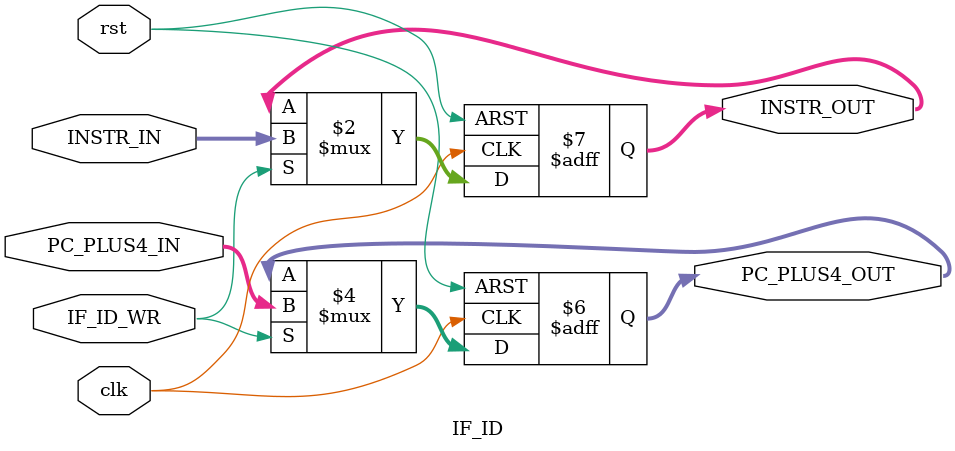
<source format=v>
module IF_ID (clk, rst, IF_ID_WR, PC_PLUS4_IN,PC_PLUS4_OUT, INSTR_IN,INSTR_OUT);
               
   input         clk;
   input         rst;
   input         IF_ID_WR; 
   input  [31:0] PC_PLUS4_IN;
   input  [31:0] INSTR_IN;
   output reg [31:0] PC_PLUS4_OUT;
   output reg [31:0] INSTR_OUT;
   

               
   always @(posedge clk or posedge rst)
    begin
      if ( rst )
        begin
            PC_PLUS4_OUT<=0;
            INSTR_OUT<= 0;
        end
      else if (IF_ID_WR)
        begin
            PC_PLUS4_OUT <= PC_PLUS4_IN;
            INSTR_OUT<=INSTR_IN;
        end
   end // end always
      
endmodule
</source>
